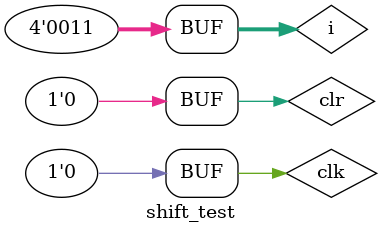
<source format=v>
module shift_test;
wire [3:0]o;
reg [3:0]i;
reg clk,clr;
shiftreg4 f1(i,clk,clr,o);
initial begin
clk=0;
repeat(3000)
#25 clk=~clk;
end
initial begin
clr=0;
i=4'b1011;
repeat(200)
#154 i=i+4'b0001;
end
endmodule

</source>
